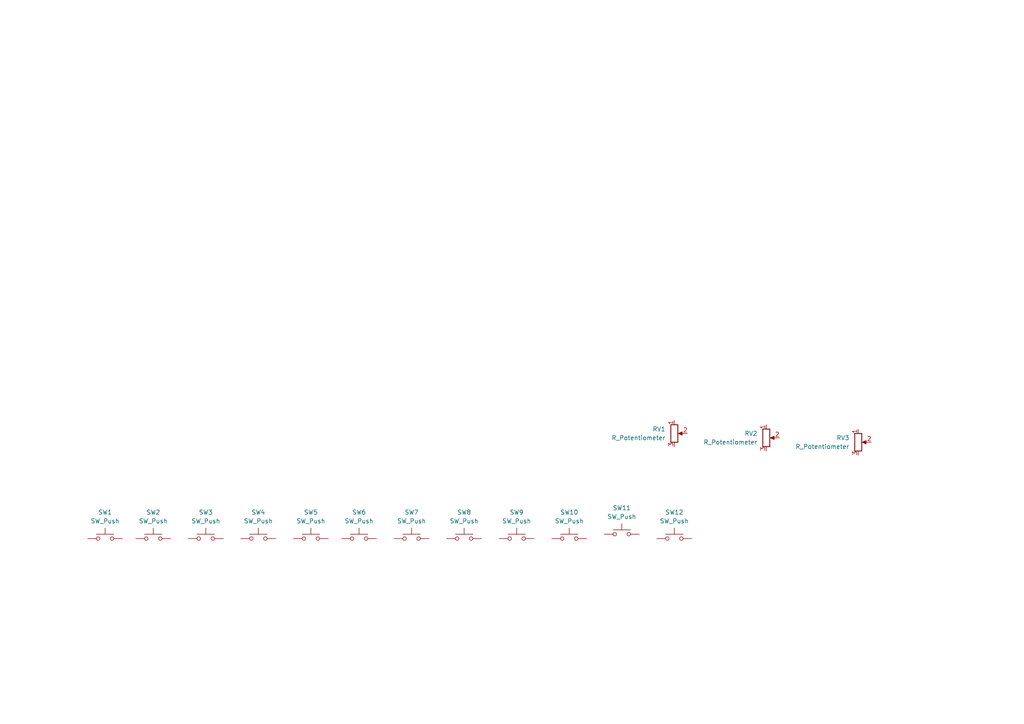
<source format=kicad_sch>
(kicad_sch (version 20231120) (generator "eeschema") (generator_version "8.0")
  (paper "A4")
  (lib_symbols
    (symbol "Device:R_Potentiometer" (pin_names (offset 1.016) hide)
      (property "Reference" "RV" (at -4.445 0 90))
      (property "Value" "R_Potentiometer" (at -2.54 0 90))
      (symbol "R_Potentiometer_0_1"
        (polyline (pts (xy 2.54 0) (xy 1.524 0)))
        (polyline (pts (xy 1.143 0) (xy 2.286 0.508) (xy 2.286 -0.508) (xy 1.143 0)) (fill (type outline)))
        (rectangle (start 1.016 2.54) (end -1.016 -2.54) (stroke (width 0.254)))
      )
      (symbol "R_Potentiometer_1_1"
        (pin passive line (at 0 3.81 270) (length 1.27) (name "1") (number "1"))
        (pin passive line (at 3.81 0 180) (length 1.27) (name "2") (number "2"))
        (pin passive line (at 0 -3.81 90) (length 1.27) (name "3") (number "3"))
      )
    )
    (symbol "Switch:SW_Push" (pin_numbers hide) (pin_names (offset 1.016) hide)
      (property "Reference" "SW" (at 1.27 2.54 0))
      (property "Value" "SW_Push" (at 0 -1.524 0))
      (symbol "SW_Push_0_1"
        (circle (center -2.032 0) (radius 0.508))
        (polyline (pts (xy 0 1.27) (xy 0 3.048)))
        (polyline (pts (xy 2.54 1.27) (xy -2.54 1.27)))
        (circle (center 2.032 0) (radius 0.508))
        (pin passive line (at -5.08 0 0) (length 2.54) (name "1") (number "1"))
        (pin passive line (at 5.08 0 180) (length 2.54) (name "2") (number "2"))
      )
    )
  )
  (symbol (lib_id "Switch:SW_Push") (at 104.14 156.21 0) (unit 1)
    (property "Reference" "SW6" (at 104.14 148.59 0))
    (property "Value" "SW_Push" (at 104.14 151.13 0))
    (property "Description" "Push button switch, generic, two pins" (effects (hide yes)))
  )
  (symbol (lib_id "Switch:SW_Push") (at 195.58 156.21 0) (unit 1)
    (property "Reference" "SW12" (at 195.58 148.59 0))
    (property "Value" "SW_Push" (at 195.58 151.13 0))
    (property "Description" "Push button switch, generic, two pins" (effects (hide yes)))
  )
  (symbol (lib_id "Switch:SW_Push") (at 134.62 156.21 0) (unit 1)
    (property "Reference" "SW8" (at 134.62 148.59 0))
    (property "Value" "SW_Push" (at 134.62 151.13 0))
    (property "Description" "Push button switch, generic, two pins" (effects (hide yes)))
  )
  (symbol (lib_id "Device:R_Potentiometer") (at 195.58 125.73 0) (unit 1)
    (property "Reference" "RV1" (at 193.04 124.4599 0) (effects (justify right)))
    (property "Value" "R_Potentiometer" (at 193.04 126.9999 0) (effects (justify right)))
    (property "Description" "Potentiometer" (effects (hide yes)))
  )
  (symbol (lib_id "Device:R_Potentiometer") (at 222.25 127 0) (unit 1)
    (property "Reference" "RV2" (at 219.71 125.7299 0) (effects (justify right)))
    (property "Value" "R_Potentiometer" (at 219.71 128.2699 0) (effects (justify right)))
    (property "Description" "Potentiometer" (effects (hide yes)))
  )
  (symbol (lib_id "Switch:SW_Push") (at 149.86 156.21 0) (unit 1)
    (property "Reference" "SW9" (at 149.86 148.59 0))
    (property "Value" "SW_Push" (at 149.86 151.13 0))
    (property "Description" "Push button switch, generic, two pins" (effects (hide yes)))
  )
  (symbol (lib_id "Device:R_Potentiometer") (at 248.92 128.27 0) (unit 1)
    (property "Reference" "RV3" (at 246.38 126.9999 0) (effects (justify right)))
    (property "Value" "R_Potentiometer" (at 246.38 129.5399 0) (effects (justify right)))
    (property "Description" "Potentiometer" (effects (hide yes)))
  )
  (symbol (lib_id "Switch:SW_Push") (at 165.1 156.21 0) (unit 1)
    (property "Reference" "SW10" (at 165.1 148.59 0))
    (property "Value" "SW_Push" (at 165.1 151.13 0))
    (property "Description" "Push button switch, generic, two pins" (effects (hide yes)))
  )
  (symbol (lib_id "Switch:SW_Push") (at 180.34 154.94 0) (unit 1)
    (property "Reference" "SW11" (at 180.34 147.32 0))
    (property "Value" "SW_Push" (at 180.34 149.86 0))
    (property "Description" "Push button switch, generic, two pins" (effects (hide yes)))
  )
  (symbol (lib_id "Switch:SW_Push") (at 119.38 156.21 0) (unit 1)
    (property "Reference" "SW7" (at 119.38 148.59 0))
    (property "Value" "SW_Push" (at 119.38 151.13 0))
    (property "Description" "Push button switch, generic, two pins" (effects (hide yes)))
  )
  (symbol (lib_id "Switch:SW_Push") (at 59.69 156.21 0) (unit 1)
    (property "Reference" "SW3" (at 59.69 148.59 0))
    (property "Value" "SW_Push" (at 59.69 151.13 0))
    (property "Description" "Push button switch, generic, two pins" (effects (hide yes)))
  )
  (symbol (lib_id "Switch:SW_Push") (at 74.93 156.21 0) (unit 1)
    (property "Reference" "SW4" (at 74.93 148.59 0))
    (property "Value" "SW_Push" (at 74.93 151.13 0))
    (property "Description" "Push button switch, generic, two pins" (effects (hide yes)))
  )
  (symbol (lib_id "Switch:SW_Push") (at 44.45 156.21 0) (unit 1)
    (property "Reference" "SW2" (at 44.45 148.59 0))
    (property "Value" "SW_Push" (at 44.45 151.13 0))
    (property "Description" "Push button switch, generic, two pins" (effects (hide yes)))
  )
  (symbol (lib_id "Switch:SW_Push") (at 30.48 156.21 0) (unit 1)
    (property "Reference" "SW1" (at 30.48 148.59 0))
    (property "Value" "SW_Push" (at 30.48 151.13 0))
    (property "Description" "Push button switch, generic, two pins" (effects (hide yes)))
  )
  (symbol (lib_id "Switch:SW_Push") (at 90.17 156.21 0) (unit 1)
    (property "Reference" "SW5" (at 90.17 148.59 0))
    (property "Value" "SW_Push" (at 90.17 151.13 0))
    (property "Description" "Push button switch, generic, two pins" (effects (hide yes)))
  )
)
</source>
